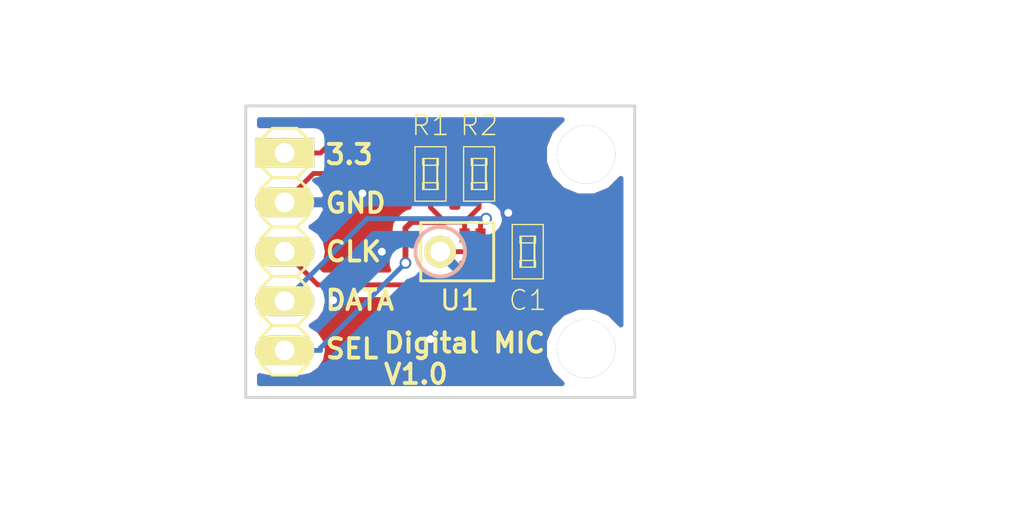
<source format=kicad_pcb>
(kicad_pcb (version 4) (host pcbnew 4.0.1-stable)

  (general
    (links 11)
    (no_connects 0)
    (area 127.000001 94.9 186.435715 126.200001)
    (thickness 1.6)
    (drawings 18)
    (tracks 61)
    (zones 0)
    (modules 7)
    (nets 6)
  )

  (page A4)
  (title_block
    (title "SPH0641LU4H DIGITAL MEMS MICROPHONE")
    (date 2017-04-29)
    (rev v1.0)
    (company Crescent)
  )

  (layers
    (0 F.Cu signal)
    (31 B.Cu signal)
    (32 B.Adhes user)
    (33 F.Adhes user)
    (34 B.Paste user)
    (35 F.Paste user)
    (36 B.SilkS user)
    (37 F.SilkS user)
    (38 B.Mask user)
    (39 F.Mask user)
    (40 Dwgs.User user)
    (41 Cmts.User user)
    (42 Eco1.User user)
    (43 Eco2.User user)
    (44 Edge.Cuts user)
    (45 Margin user)
    (46 B.CrtYd user)
    (47 F.CrtYd user)
    (48 B.Fab user)
    (49 F.Fab user)
  )

  (setup
    (last_trace_width 0.3)
    (trace_clearance 0.2)
    (zone_clearance 0.508)
    (zone_45_only no)
    (trace_min 0.2)
    (segment_width 0.2)
    (edge_width 0.15)
    (via_size 0.8)
    (via_drill 0.4)
    (via_min_size 0.4)
    (via_min_drill 0.3)
    (uvia_size 0.3)
    (uvia_drill 0.1)
    (uvias_allowed no)
    (uvia_min_size 0.2)
    (uvia_min_drill 0.1)
    (pcb_text_width 0.3)
    (pcb_text_size 1.5 1.5)
    (mod_edge_width 0.15)
    (mod_text_size 1 1)
    (mod_text_width 0.15)
    (pad_size 1.524 3.048)
    (pad_drill 1.016)
    (pad_to_mask_clearance 0.2)
    (aux_axis_origin 0 0)
    (visible_elements 7FFFFF7F)
    (pcbplotparams
      (layerselection 0x010fc_80000001)
      (usegerberextensions true)
      (excludeedgelayer true)
      (linewidth 0.050000)
      (plotframeref false)
      (viasonmask false)
      (mode 1)
      (useauxorigin false)
      (hpglpennumber 1)
      (hpglpenspeed 20)
      (hpglpendiameter 15)
      (hpglpenoverlay 2)
      (psnegative false)
      (psa4output false)
      (plotreference true)
      (plotvalue true)
      (plotinvisibletext false)
      (padsonsilk false)
      (subtractmaskfromsilk false)
      (outputformat 1)
      (mirror false)
      (drillshape 0)
      (scaleselection 1)
      (outputdirectory GERBER/))
  )

  (net 0 "")
  (net 1 VDD)
  (net 2 GND)
  (net 3 CLK)
  (net 4 DATA)
  (net 5 LRSEL)

  (net_class Default "これは標準のネット クラスです。"
    (clearance 0.2)
    (trace_width 0.3)
    (via_dia 0.8)
    (via_drill 0.4)
    (uvia_dia 0.3)
    (uvia_drill 0.1)
    (add_net CLK)
    (add_net DATA)
    (add_net GND)
    (add_net LRSEL)
    (add_net VDD)
  )

  (module generic:generic-SMD1608 (layer F.Cu) (tedit 58F36F7B) (tstamp 58F36C57)
    (at 154.5 107.5 90)
    (descr "1608M 0603")
    (tags "1608M 0603")
    (path /58F35E00)
    (attr smd)
    (fp_text reference C1 (at -2.5 0 180) (layer F.SilkS)
      (effects (font (size 1.016 1.016) (thickness 0.0762)))
    )
    (fp_text value C (at 2.2479 1.14046 90) (layer B.SilkS) hide
      (effects (font (size 1.016 1.016) (thickness 0.0762)) (justify mirror))
    )
    (fp_line (start -0.79756 0.39878) (end -0.44958 0.39878) (layer F.SilkS) (width 0.06604))
    (fp_line (start -0.44958 0.39878) (end -0.44958 -0.39878) (layer F.SilkS) (width 0.06604))
    (fp_line (start -0.79756 -0.39878) (end -0.44958 -0.39878) (layer F.SilkS) (width 0.06604))
    (fp_line (start -0.79756 0.39878) (end -0.79756 -0.39878) (layer F.SilkS) (width 0.06604))
    (fp_line (start 0.44958 0.39878) (end 0.79756 0.39878) (layer F.SilkS) (width 0.06604))
    (fp_line (start 0.79756 0.39878) (end 0.79756 -0.39878) (layer F.SilkS) (width 0.06604))
    (fp_line (start 0.44958 -0.39878) (end 0.79756 -0.39878) (layer F.SilkS) (width 0.06604))
    (fp_line (start 0.44958 0.39878) (end 0.44958 -0.39878) (layer F.SilkS) (width 0.06604))
    (fp_line (start -1.39954 0.79756) (end 1.39954 0.79756) (layer F.SilkS) (width 0.06604))
    (fp_line (start 1.39954 0.79756) (end 1.39954 -0.79756) (layer F.SilkS) (width 0.06604))
    (fp_line (start -1.39954 -0.79756) (end 1.39954 -0.79756) (layer F.SilkS) (width 0.06604))
    (fp_line (start -1.39954 0.79756) (end -1.39954 -0.79756) (layer F.SilkS) (width 0.06604))
    (fp_line (start -0.7239 -0.34798) (end 0.7239 -0.34798) (layer F.SilkS) (width 0.1016))
    (fp_line (start 0.7239 0.34798) (end -0.7239 0.34798) (layer F.SilkS) (width 0.1016))
    (pad 1 smd rect (at -0.87376 0 90) (size 1.04902 1.0795) (layers F.Cu F.Paste F.Mask)
      (net 1 VDD))
    (pad 2 smd rect (at 0.87376 0 90) (size 1.04902 1.0795) (layers F.Cu F.Paste F.Mask)
      (net 2 GND))
  )

  (module pin-head:pinhead-1X05 placed (layer F.Cu) (tedit 5904517D) (tstamp 58F36C60)
    (at 142 107.5 270)
    (descr "PIN HEADER")
    (tags "PIN HEADER")
    (path /58F35D98)
    (attr virtual)
    (fp_text reference P1 (at 7 0 360) (layer F.SilkS) hide
      (effects (font (size 1.27 1.27) (thickness 0.127)))
    )
    (fp_text value CONN_01X05 (at -2.54 2.54 270) (layer F.SilkS) hide
      (effects (font (size 1.27 1.27) (thickness 0.1016)))
    )
    (fp_line (start 2.286 0.254) (end 2.794 0.254) (layer F.SilkS) (width 0.06604))
    (fp_line (start 2.794 0.254) (end 2.794 -0.254) (layer F.SilkS) (width 0.06604))
    (fp_line (start 2.286 -0.254) (end 2.794 -0.254) (layer F.SilkS) (width 0.06604))
    (fp_line (start 2.286 0.254) (end 2.286 -0.254) (layer F.SilkS) (width 0.06604))
    (fp_line (start -0.254 0.254) (end 0.254 0.254) (layer F.SilkS) (width 0.06604))
    (fp_line (start 0.254 0.254) (end 0.254 -0.254) (layer F.SilkS) (width 0.06604))
    (fp_line (start -0.254 -0.254) (end 0.254 -0.254) (layer F.SilkS) (width 0.06604))
    (fp_line (start -0.254 0.254) (end -0.254 -0.254) (layer F.SilkS) (width 0.06604))
    (fp_line (start -2.794 0.254) (end -2.286 0.254) (layer F.SilkS) (width 0.06604))
    (fp_line (start -2.286 0.254) (end -2.286 -0.254) (layer F.SilkS) (width 0.06604))
    (fp_line (start -2.794 -0.254) (end -2.286 -0.254) (layer F.SilkS) (width 0.06604))
    (fp_line (start -2.794 0.254) (end -2.794 -0.254) (layer F.SilkS) (width 0.06604))
    (fp_line (start -5.334 0.254) (end -4.826 0.254) (layer F.SilkS) (width 0.06604))
    (fp_line (start -4.826 0.254) (end -4.826 -0.254) (layer F.SilkS) (width 0.06604))
    (fp_line (start -5.334 -0.254) (end -4.826 -0.254) (layer F.SilkS) (width 0.06604))
    (fp_line (start -5.334 0.254) (end -5.334 -0.254) (layer F.SilkS) (width 0.06604))
    (fp_line (start 4.826 0.254) (end 5.334 0.254) (layer F.SilkS) (width 0.06604))
    (fp_line (start 5.334 0.254) (end 5.334 -0.254) (layer F.SilkS) (width 0.06604))
    (fp_line (start 4.826 -0.254) (end 5.334 -0.254) (layer F.SilkS) (width 0.06604))
    (fp_line (start 4.826 0.254) (end 4.826 -0.254) (layer F.SilkS) (width 0.06604))
    (fp_line (start 1.905 -1.27) (end 3.175 -1.27) (layer F.SilkS) (width 0.1524))
    (fp_line (start 3.175 -1.27) (end 3.81 -0.635) (layer F.SilkS) (width 0.1524))
    (fp_line (start 3.81 -0.635) (end 3.81 0.635) (layer F.SilkS) (width 0.1524))
    (fp_line (start 3.81 0.635) (end 3.175 1.27) (layer F.SilkS) (width 0.1524))
    (fp_line (start -1.27 -0.635) (end -0.635 -1.27) (layer F.SilkS) (width 0.1524))
    (fp_line (start -0.635 -1.27) (end 0.635 -1.27) (layer F.SilkS) (width 0.1524))
    (fp_line (start 0.635 -1.27) (end 1.27 -0.635) (layer F.SilkS) (width 0.1524))
    (fp_line (start 1.27 -0.635) (end 1.27 0.635) (layer F.SilkS) (width 0.1524))
    (fp_line (start 1.27 0.635) (end 0.635 1.27) (layer F.SilkS) (width 0.1524))
    (fp_line (start 0.635 1.27) (end -0.635 1.27) (layer F.SilkS) (width 0.1524))
    (fp_line (start -0.635 1.27) (end -1.27 0.635) (layer F.SilkS) (width 0.1524))
    (fp_line (start 1.905 -1.27) (end 1.27 -0.635) (layer F.SilkS) (width 0.1524))
    (fp_line (start 1.27 0.635) (end 1.905 1.27) (layer F.SilkS) (width 0.1524))
    (fp_line (start 3.175 1.27) (end 1.905 1.27) (layer F.SilkS) (width 0.1524))
    (fp_line (start -5.715 -1.27) (end -4.445 -1.27) (layer F.SilkS) (width 0.1524))
    (fp_line (start -4.445 -1.27) (end -3.81 -0.635) (layer F.SilkS) (width 0.1524))
    (fp_line (start -3.81 -0.635) (end -3.81 0.635) (layer F.SilkS) (width 0.1524))
    (fp_line (start -3.81 0.635) (end -4.445 1.27) (layer F.SilkS) (width 0.1524))
    (fp_line (start -3.81 -0.635) (end -3.175 -1.27) (layer F.SilkS) (width 0.1524))
    (fp_line (start -3.175 -1.27) (end -1.905 -1.27) (layer F.SilkS) (width 0.1524))
    (fp_line (start -1.905 -1.27) (end -1.27 -0.635) (layer F.SilkS) (width 0.1524))
    (fp_line (start -1.27 -0.635) (end -1.27 0.635) (layer F.SilkS) (width 0.1524))
    (fp_line (start -1.27 0.635) (end -1.905 1.27) (layer F.SilkS) (width 0.1524))
    (fp_line (start -1.905 1.27) (end -3.175 1.27) (layer F.SilkS) (width 0.1524))
    (fp_line (start -3.175 1.27) (end -3.81 0.635) (layer F.SilkS) (width 0.1524))
    (fp_line (start -6.35 -0.635) (end -6.35 0.635) (layer F.SilkS) (width 0.1524))
    (fp_line (start -5.715 -1.27) (end -6.35 -0.635) (layer F.SilkS) (width 0.1524))
    (fp_line (start -6.35 0.635) (end -5.715 1.27) (layer F.SilkS) (width 0.1524))
    (fp_line (start -4.445 1.27) (end -5.715 1.27) (layer F.SilkS) (width 0.1524))
    (fp_line (start 4.445 -1.27) (end 5.715 -1.27) (layer F.SilkS) (width 0.1524))
    (fp_line (start 5.715 -1.27) (end 6.35 -0.635) (layer F.SilkS) (width 0.1524))
    (fp_line (start 6.35 -0.635) (end 6.35 0.635) (layer F.SilkS) (width 0.1524))
    (fp_line (start 6.35 0.635) (end 5.715 1.27) (layer F.SilkS) (width 0.1524))
    (fp_line (start 4.445 -1.27) (end 3.81 -0.635) (layer F.SilkS) (width 0.1524))
    (fp_line (start 3.81 0.635) (end 4.445 1.27) (layer F.SilkS) (width 0.1524))
    (fp_line (start 5.715 1.27) (end 4.445 1.27) (layer F.SilkS) (width 0.1524))
    (pad 1 thru_hole rect (at -5.08 0 90) (size 1.524 3.048) (drill 1.016) (layers *.Cu *.Paste *.Mask F.SilkS)
      (net 1 VDD))
    (pad 2 thru_hole oval (at -2.54 0 90) (size 1.524 3.048) (drill 1.016) (layers *.Cu *.Paste *.Mask F.SilkS)
      (net 2 GND))
    (pad 3 thru_hole oval (at 0 0 90) (size 1.524 3.048) (drill 1.016) (layers *.Cu *.Paste *.Mask F.SilkS)
      (net 3 CLK))
    (pad 4 thru_hole oval (at 2.54 0 90) (size 1.524 3.048) (drill 1.016) (layers *.Cu *.Paste *.Mask F.SilkS)
      (net 4 DATA))
    (pad 5 thru_hole oval (at 5.08 0 90) (size 1.524 3.048) (drill 1.016) (layers *.Cu *.Paste *.Mask F.SilkS)
      (net 5 LRSEL))
  )

  (module generic:generic-SMD1608 (layer F.Cu) (tedit 58F36F81) (tstamp 58F36C66)
    (at 149.5 103.5 90)
    (descr "1608M 0603")
    (tags "1608M 0603")
    (path /58F35E38)
    (attr smd)
    (fp_text reference R1 (at 2.5 0 180) (layer F.SilkS)
      (effects (font (size 1.016 1.016) (thickness 0.0762)))
    )
    (fp_text value R (at 2.2479 1.14046 90) (layer B.SilkS) hide
      (effects (font (size 1.016 1.016) (thickness 0.0762)) (justify mirror))
    )
    (fp_line (start -0.79756 0.39878) (end -0.44958 0.39878) (layer F.SilkS) (width 0.06604))
    (fp_line (start -0.44958 0.39878) (end -0.44958 -0.39878) (layer F.SilkS) (width 0.06604))
    (fp_line (start -0.79756 -0.39878) (end -0.44958 -0.39878) (layer F.SilkS) (width 0.06604))
    (fp_line (start -0.79756 0.39878) (end -0.79756 -0.39878) (layer F.SilkS) (width 0.06604))
    (fp_line (start 0.44958 0.39878) (end 0.79756 0.39878) (layer F.SilkS) (width 0.06604))
    (fp_line (start 0.79756 0.39878) (end 0.79756 -0.39878) (layer F.SilkS) (width 0.06604))
    (fp_line (start 0.44958 -0.39878) (end 0.79756 -0.39878) (layer F.SilkS) (width 0.06604))
    (fp_line (start 0.44958 0.39878) (end 0.44958 -0.39878) (layer F.SilkS) (width 0.06604))
    (fp_line (start -1.39954 0.79756) (end 1.39954 0.79756) (layer F.SilkS) (width 0.06604))
    (fp_line (start 1.39954 0.79756) (end 1.39954 -0.79756) (layer F.SilkS) (width 0.06604))
    (fp_line (start -1.39954 -0.79756) (end 1.39954 -0.79756) (layer F.SilkS) (width 0.06604))
    (fp_line (start -1.39954 0.79756) (end -1.39954 -0.79756) (layer F.SilkS) (width 0.06604))
    (fp_line (start -0.7239 -0.34798) (end 0.7239 -0.34798) (layer F.SilkS) (width 0.1016))
    (fp_line (start 0.7239 0.34798) (end -0.7239 0.34798) (layer F.SilkS) (width 0.1016))
    (pad 1 smd rect (at -0.87376 0 90) (size 1.04902 1.0795) (layers F.Cu F.Paste F.Mask)
      (net 5 LRSEL))
    (pad 2 smd rect (at 0.87376 0 90) (size 1.04902 1.0795) (layers F.Cu F.Paste F.Mask)
      (net 2 GND))
  )

  (module generic:generic-SMD1608 (layer F.Cu) (tedit 58F36F7E) (tstamp 58F36C6C)
    (at 152 103.5 270)
    (descr "1608M 0603")
    (tags "1608M 0603")
    (path /58F35E1D)
    (attr smd)
    (fp_text reference R2 (at -2.5 0 360) (layer F.SilkS)
      (effects (font (size 1.016 1.016) (thickness 0.0762)))
    )
    (fp_text value R (at 2.2479 1.14046 270) (layer B.SilkS) hide
      (effects (font (size 1.016 1.016) (thickness 0.0762)) (justify mirror))
    )
    (fp_line (start -0.79756 0.39878) (end -0.44958 0.39878) (layer F.SilkS) (width 0.06604))
    (fp_line (start -0.44958 0.39878) (end -0.44958 -0.39878) (layer F.SilkS) (width 0.06604))
    (fp_line (start -0.79756 -0.39878) (end -0.44958 -0.39878) (layer F.SilkS) (width 0.06604))
    (fp_line (start -0.79756 0.39878) (end -0.79756 -0.39878) (layer F.SilkS) (width 0.06604))
    (fp_line (start 0.44958 0.39878) (end 0.79756 0.39878) (layer F.SilkS) (width 0.06604))
    (fp_line (start 0.79756 0.39878) (end 0.79756 -0.39878) (layer F.SilkS) (width 0.06604))
    (fp_line (start 0.44958 -0.39878) (end 0.79756 -0.39878) (layer F.SilkS) (width 0.06604))
    (fp_line (start 0.44958 0.39878) (end 0.44958 -0.39878) (layer F.SilkS) (width 0.06604))
    (fp_line (start -1.39954 0.79756) (end 1.39954 0.79756) (layer F.SilkS) (width 0.06604))
    (fp_line (start 1.39954 0.79756) (end 1.39954 -0.79756) (layer F.SilkS) (width 0.06604))
    (fp_line (start -1.39954 -0.79756) (end 1.39954 -0.79756) (layer F.SilkS) (width 0.06604))
    (fp_line (start -1.39954 0.79756) (end -1.39954 -0.79756) (layer F.SilkS) (width 0.06604))
    (fp_line (start -0.7239 -0.34798) (end 0.7239 -0.34798) (layer F.SilkS) (width 0.1016))
    (fp_line (start 0.7239 0.34798) (end -0.7239 0.34798) (layer F.SilkS) (width 0.1016))
    (pad 1 smd rect (at -0.87376 0 270) (size 1.04902 1.0795) (layers F.Cu F.Paste F.Mask)
      (net 1 VDD))
    (pad 2 smd rect (at 0.87376 0 270) (size 1.04902 1.0795) (layers F.Cu F.Paste F.Mask)
      (net 5 LRSEL))
  )

  (module SPH0641LU4H:SPH0641LU4H (layer F.Cu) (tedit 58F36F77) (tstamp 58F36C75)
    (at 150 107.5 270)
    (path /58F360D1)
    (fp_text reference U1 (at 2.5 -1 360) (layer F.SilkS)
      (effects (font (size 1 1) (thickness 0.15)))
    )
    (fp_text value SPH0641LU4H (at 0 -7 270) (layer F.SilkS) hide
      (effects (font (size 1 1) (thickness 0.15)))
    )
    (fp_line (start -1.5 -2.75) (end 1.5 -2.75) (layer F.SilkS) (width 0.15))
    (fp_line (start 1.5 -2.75) (end 1.5 1) (layer F.SilkS) (width 0.15))
    (fp_line (start 1.5 1) (end -1.5 1) (layer F.SilkS) (width 0.15))
    (fp_line (start -1.5 1) (end -1.5 -2.75) (layer F.SilkS) (width 0.15))
    (pad 3 thru_hole circle (at 0 0 270) (size 1.625 1.625) (drill 1.025) (layers *.Cu *.Mask F.SilkS)
      (net 2 GND))
    (pad 2 smd rect (at -0.8375 -1.252 270) (size 0.725 0.522) (layers F.Cu F.Paste F.Mask)
      (net 5 LRSEL))
    (pad 4 smd rect (at 0.8375 -1.252 270) (size 0.725 0.522) (layers F.Cu F.Paste F.Mask)
      (net 3 CLK))
    (pad 5 smd rect (at 0.8375 -2.074 270) (size 0.725 0.522) (layers F.Cu F.Paste F.Mask)
      (net 1 VDD))
    (pad 1 smd rect (at -0.8375 -2.074 270) (size 0.725 0.522) (layers F.Cu F.Paste F.Mask)
      (net 4 DATA))
  )

  (module Mounting_Holes:MountingHole_3mm locked (layer F.Cu) (tedit 58F36F44) (tstamp 58F36F18)
    (at 157.5 102.5)
    (descr "Mounting hole, Befestigungsbohrung, 3mm, No Annular, Kein Restring,")
    (tags "Mounting hole, Befestigungsbohrung, 3mm, No Annular, Kein Restring,")
    (fp_text reference REF1 (at 0 -4.0005) (layer F.SilkS) hide
      (effects (font (size 1 1) (thickness 0.15)))
    )
    (fp_text value MountingHole_3mm (at 1.00076 5.00126) (layer F.Fab) hide
      (effects (font (size 1 1) (thickness 0.15)))
    )
    (fp_circle (center 0 0) (end 3 0) (layer Cmts.User) (width 0.381))
    (pad 1 thru_hole circle (at 0 0) (size 3 3) (drill 3) (layers))
  )

  (module Mounting_Holes:MountingHole_3mm locked (layer F.Cu) (tedit 58F36F41) (tstamp 58F36F1D)
    (at 157.5 112.5)
    (descr "Mounting hole, Befestigungsbohrung, 3mm, No Annular, Kein Restring,")
    (tags "Mounting hole, Befestigungsbohrung, 3mm, No Annular, Kein Restring,")
    (fp_text reference REF2 (at 0 -4.0005) (layer F.SilkS) hide
      (effects (font (size 1 1) (thickness 0.15)))
    )
    (fp_text value MountingHole_3mm (at 1.00076 5.00126) (layer F.Fab) hide
      (effects (font (size 1 1) (thickness 0.15)))
    )
    (fp_circle (center 0 0) (end 3 0) (layer Cmts.User) (width 0.381))
    (pad 1 thru_hole circle (at 0 0) (size 3 3) (drill 3) (layers))
  )

  (dimension 7.5 (width 0.3) (layer Eco2.User)
    (gr_text "7.500 mm" (at 180.5 112 270) (layer Eco2.User)
      (effects (font (size 1.5 1.5) (thickness 0.3)))
    )
    (feature1 (pts (xy 150 115) (xy 178.7 115)))
    (feature2 (pts (xy 150 107.5) (xy 178.7 107.5)))
    (crossbar (pts (xy 176 107.5) (xy 176 115)))
    (arrow1a (pts (xy 176 115) (xy 175.413579 113.873496)))
    (arrow1b (pts (xy 176 115) (xy 176.586421 113.873496)))
    (arrow2a (pts (xy 176 107.5) (xy 175.413579 108.626504)))
    (arrow2b (pts (xy 176 107.5) (xy 176.586421 108.626504)))
  )
  (dimension 10 (width 0.3) (layer Eco2.User)
    (gr_text "10.000 mm" (at 145.5 125) (layer Eco2.User)
      (effects (font (size 1.5 1.5) (thickness 0.3)))
    )
    (feature1 (pts (xy 140 107.5) (xy 140 123.2)))
    (feature2 (pts (xy 150 107.5) (xy 150 123.2)))
    (crossbar (pts (xy 150 120.5) (xy 140 120.5)))
    (arrow1a (pts (xy 140 120.5) (xy 141.126504 119.913579)))
    (arrow1b (pts (xy 140 120.5) (xy 141.126504 121.086421)))
    (arrow2a (pts (xy 150 120.5) (xy 148.873496 119.913579)))
    (arrow2b (pts (xy 150 120.5) (xy 148.873496 121.086421)))
  )
  (dimension 10 (width 0.3) (layer Eco2.User)
    (gr_text "10.000 mm" (at 169.5 108 270) (layer Eco2.User)
      (effects (font (size 1.5 1.5) (thickness 0.3)))
    )
    (feature1 (pts (xy 157.5 112.5) (xy 167.7 112.5)))
    (feature2 (pts (xy 157.5 102.5) (xy 167.7 102.5)))
    (crossbar (pts (xy 165 102.5) (xy 165 112.5)))
    (arrow1a (pts (xy 165 112.5) (xy 164.413579 111.373496)))
    (arrow1b (pts (xy 165 112.5) (xy 165.586421 111.373496)))
    (arrow2a (pts (xy 165 102.5) (xy 164.413579 103.626504)))
    (arrow2b (pts (xy 165 102.5) (xy 165.586421 103.626504)))
  )
  (dimension 15 (width 0.3) (layer Eco2.User)
    (gr_text "15.000 mm" (at 133.65 107.5 270) (layer Eco2.User)
      (effects (font (size 1.5 1.5) (thickness 0.3)))
    )
    (feature1 (pts (xy 140 115) (xy 132.3 115)))
    (feature2 (pts (xy 140 100) (xy 132.3 100)))
    (crossbar (pts (xy 135 100) (xy 135 115)))
    (arrow1a (pts (xy 135 115) (xy 134.413579 113.873496)))
    (arrow1b (pts (xy 135 115) (xy 135.586421 113.873496)))
    (arrow2a (pts (xy 135 100) (xy 134.413579 101.126504)))
    (arrow2b (pts (xy 135 100) (xy 135.586421 101.126504)))
  )
  (dimension 20 (width 0.3) (layer Eco2.User)
    (gr_text "20.000 mm" (at 150 96.4) (layer Eco2.User)
      (effects (font (size 1.5 1.5) (thickness 0.3)))
    )
    (feature1 (pts (xy 160 100) (xy 160 95.05)))
    (feature2 (pts (xy 140 100) (xy 140 95.05)))
    (crossbar (pts (xy 140 97.75) (xy 160 97.75)))
    (arrow1a (pts (xy 160 97.75) (xy 158.873496 98.336421)))
    (arrow1b (pts (xy 160 97.75) (xy 158.873496 97.163579)))
    (arrow2a (pts (xy 140 97.75) (xy 141.126504 98.336421)))
    (arrow2b (pts (xy 140 97.75) (xy 141.126504 97.163579)))
  )
  (gr_circle (center 150 107.5) (end 148.75 107.25) (layer B.SilkS) (width 0.2))
  (gr_text SEL (at 144 112.5) (layer F.SilkS)
    (effects (font (size 1 1) (thickness 0.2)) (justify left))
  )
  (gr_text DATA (at 144 110) (layer F.SilkS)
    (effects (font (size 1 1) (thickness 0.2)) (justify left))
  )
  (gr_text CLK (at 144 107.5) (layer F.SilkS)
    (effects (font (size 1 1) (thickness 0.2)) (justify left))
  )
  (gr_text GND (at 144 105) (layer F.SilkS)
    (effects (font (size 1 1) (thickness 0.2)) (justify left))
  )
  (gr_text 3.3 (at 144 102.5) (layer F.SilkS)
    (effects (font (size 1 1) (thickness 0.2)) (justify left))
  )
  (gr_text "Digital MIC \nV1.0" (at 147 113) (layer F.SilkS)
    (effects (font (size 1 1) (thickness 0.2)) (justify left))
  )
  (gr_line (start 153.5 107.5) (end 146 107.5) (angle 90) (layer Eco2.User) (width 0.2))
  (gr_line (start 150 110.5) (end 150 104.5) (angle 90) (layer Eco2.User) (width 0.2))
  (gr_line (start 140 115) (end 140 100) (angle 90) (layer Edge.Cuts) (width 0.15))
  (gr_line (start 160 115) (end 140 115) (angle 90) (layer Edge.Cuts) (width 0.15))
  (gr_line (start 160 100) (end 160 115) (angle 90) (layer Edge.Cuts) (width 0.15))
  (gr_line (start 140 100) (end 160 100) (angle 90) (layer Edge.Cuts) (width 0.15))

  (segment (start 144.4929 101.7764) (end 143.8493 102.42) (width 0.25) (layer F.Cu) (net 1))
  (segment (start 152 101.7764) (end 144.4929 101.7764) (width 0.25) (layer F.Cu) (net 1))
  (segment (start 142 102.42) (end 143.8493 102.42) (width 0.25) (layer F.Cu) (net 1))
  (segment (start 152 102.4321) (end 152 101.7764) (width 0.25) (layer F.Cu) (net 1))
  (segment (start 153.5986 108.3375) (end 153.6349 108.3738) (width 0.25) (layer F.Cu) (net 1))
  (segment (start 152.074 108.3375) (end 153.5986 108.3375) (width 0.25) (layer F.Cu) (net 1))
  (segment (start 154.5 108.3738) (end 153.6349 108.3738) (width 0.25) (layer F.Cu) (net 1))
  (segment (start 152 102.4321) (end 152 102.6262) (width 0.25) (layer F.Cu) (net 1))
  (segment (start 155.3651 107.5087) (end 154.5 108.3738) (width 0.25) (layer F.Cu) (net 1))
  (segment (start 155.3651 105.1262) (end 155.3651 107.5087) (width 0.25) (layer F.Cu) (net 1))
  (segment (start 152.8651 102.6262) (end 155.3651 105.1262) (width 0.25) (layer F.Cu) (net 1))
  (segment (start 152 102.6262) (end 152.8651 102.6262) (width 0.25) (layer F.Cu) (net 1))
  (segment (start 144.5 110) (end 147.5 110) (width 0.3) (layer F.Cu) (net 2))
  (segment (start 144.5 110) (end 147 107.5) (width 0.3) (layer B.Cu) (net 2))
  (segment (start 146 106.5) (end 147 107.5) (width 0.3) (layer F.Cu) (net 2) (tstamp 58F37733))
  (via (at 147 107.5) (size 0.8) (drill 0.4) (layers F.Cu B.Cu) (net 2))
  (segment (start 147 103.476) (end 147 103.5) (width 0.3) (layer F.Cu) (net 2))
  (via (at 146 104.5) (size 0.8) (drill 0.4) (layers F.Cu B.Cu) (net 2))
  (segment (start 147 103.5) (end 146 104.5) (width 0.3) (layer F.Cu) (net 2) (tstamp 58F3772A))
  (segment (start 146 104.5) (end 146 106.5) (width 0.3) (layer F.Cu) (net 2))
  (via (at 144.5 110) (size 0.8) (drill 0.4) (layers F.Cu B.Cu) (net 2))
  (via (at 149.5 112) (size 0.8) (drill 0.4) (layers F.Cu B.Cu) (net 2))
  (segment (start 147.5 110) (end 149.5 112) (width 0.3) (layer F.Cu) (net 2) (tstamp 58F37761))
  (segment (start 154.5 106.62624) (end 154.5 106.5) (width 0.3) (layer F.Cu) (net 2))
  (segment (start 154.5 106.5) (end 153.5 105.5) (width 0.3) (layer F.Cu) (net 2) (tstamp 58F3774A))
  (via (at 153.5 105.5) (size 0.8) (drill 0.4) (layers F.Cu B.Cu) (net 2))
  (segment (start 149.5 102.6262) (end 149.5 103.3634) (width 0.25) (layer F.Cu) (net 2))
  (segment (start 154.476 107.5) (end 154.5 107.476) (width 0.25) (layer F.Cu) (net 2))
  (segment (start 150 107.5) (end 154.476 107.5) (width 0.25) (layer F.Cu) (net 2))
  (segment (start 154.5 106.6262) (end 154.5 107.476) (width 0.25) (layer F.Cu) (net 2))
  (segment (start 143.484 103.476) (end 142 104.96) (width 0.25) (layer F.Cu) (net 2))
  (segment (start 149.5 103.476) (end 147 103.476) (width 0.25) (layer F.Cu) (net 2))
  (segment (start 147 103.476) (end 143.484 103.476) (width 0.25) (layer F.Cu) (net 2) (tstamp 58F37728))
  (segment (start 149.5 103.3634) (end 149.5 103.476) (width 0.25) (layer F.Cu) (net 2))
  (segment (start 154.5 105.316) (end 154.5 106.6262) (width 0.25) (layer F.Cu) (net 2))
  (segment (start 152.66 103.476) (end 154.5 105.316) (width 0.25) (layer F.Cu) (net 2))
  (segment (start 149.5 103.476) (end 152.66 103.476) (width 0.25) (layer F.Cu) (net 2))
  (segment (start 150.3828 109.2067) (end 151.252 108.3375) (width 0.25) (layer F.Cu) (net 3))
  (segment (start 143.7067 109.2067) (end 150.3828 109.2067) (width 0.25) (layer F.Cu) (net 3))
  (segment (start 142 107.5) (end 143.7067 109.2067) (width 0.25) (layer F.Cu) (net 3))
  (via (at 152.361 105.7979) (size 0.6) (layers F.Cu B.Cu) (net 4))
  (segment (start 152.074 106.6625) (end 152.074 105.9747) (width 0.25) (layer F.Cu) (net 4))
  (segment (start 146.2421 105.7979) (end 142 110.04) (width 0.25) (layer B.Cu) (net 4))
  (segment (start 152.361 105.7979) (end 146.2421 105.7979) (width 0.25) (layer B.Cu) (net 4))
  (segment (start 152.1842 105.9747) (end 152.361 105.7979) (width 0.25) (layer F.Cu) (net 4))
  (segment (start 152.074 105.9747) (end 152.1842 105.9747) (width 0.25) (layer F.Cu) (net 4))
  (segment (start 150.2511 105.9747) (end 148.5253 105.9747) (width 0.3) (layer F.Cu) (net 5))
  (segment (start 148.2138 106.2862) (end 148.2138 108.0814) (width 0.3) (layer F.Cu) (net 5) (tstamp 590450F0))
  (segment (start 148.5253 105.9747) (end 148.2138 106.2862) (width 0.3) (layer F.Cu) (net 5) (tstamp 590450EE))
  (via (at 148.2138 108.0814) (size 0.6) (layers F.Cu B.Cu) (net 5))
  (segment (start 143.8493 112.4459) (end 143.8493 112.58) (width 0.25) (layer B.Cu) (net 5))
  (segment (start 148.2138 108.0814) (end 143.8493 112.4459) (width 0.25) (layer B.Cu) (net 5))
  (segment (start 142 112.58) (end 143.8493 112.58) (width 0.25) (layer B.Cu) (net 5))
  (segment (start 151.252 106.6625) (end 151.252 105.9747) (width 0.25) (layer F.Cu) (net 5))
  (segment (start 149.5 104.3738) (end 149.5 105.2236) (width 0.25) (layer F.Cu) (net 5))
  (segment (start 152 105.2267) (end 151.252 105.9747) (width 0.25) (layer F.Cu) (net 5))
  (segment (start 152 104.3738) (end 152 105.2267) (width 0.25) (layer F.Cu) (net 5))
  (segment (start 148.2138 107.6591) (end 148.2138 108.0814) (width 0.25) (layer F.Cu) (net 5) (status 2))
  (segment (start 150.2511 105.9747) (end 150.0747 105.7982) (width 0.25) (layer F.Cu) (net 5))
  (segment (start 151.252 105.9747) (end 150.2511 105.9747) (width 0.25) (layer F.Cu) (net 5))
  (segment (start 150.0747 105.7982) (end 149.5 105.2236) (width 0.25) (layer F.Cu) (net 5))

  (zone (net 2) (net_name GND) (layer B.Cu) (tstamp 58F37705) (hatch edge 0.508)
    (connect_pads (clearance 0.508))
    (min_thickness 0.254)
    (fill yes (arc_segments 16) (thermal_gap 0.508) (thermal_bridge_width 0.508))
    (polygon
      (pts
        (xy 160 115) (xy 140 115) (xy 140 100) (xy 160 100) (xy 160 115)
      )
    )
    (filled_polygon
      (pts
        (xy 155.691091 101.289041) (xy 155.365372 102.073459) (xy 155.36463 102.922815) (xy 155.68898 103.7078) (xy 156.289041 104.308909)
        (xy 157.073459 104.634628) (xy 157.922815 104.63537) (xy 158.7078 104.31102) (xy 159.29 103.729835) (xy 159.29 111.271143)
        (xy 158.710959 110.691091) (xy 157.926541 110.365372) (xy 157.077185 110.36463) (xy 156.2922 110.68898) (xy 155.691091 111.289041)
        (xy 155.365372 112.073459) (xy 155.36463 112.922815) (xy 155.68898 113.7078) (xy 156.270165 114.29) (xy 140.71 114.29)
        (xy 140.71 113.880388) (xy 141.195703 113.977) (xy 142.804297 113.977) (xy 143.338906 113.87066) (xy 143.792125 113.567828)
        (xy 143.958926 113.318194) (xy 144.140139 113.282148) (xy 144.386701 113.117401) (xy 144.551448 112.870839) (xy 144.564431 112.805571)
        (xy 148.35348 109.016522) (xy 148.398967 109.016562) (xy 148.742743 108.874517) (xy 149.005992 108.611727) (xy 149.012469 108.596129)
        (xy 149.047974 108.631634) (xy 149.162807 108.516801) (xy 149.238475 108.764214) (xy 149.780237 108.959405) (xy 150.355455 108.932414)
        (xy 150.761525 108.764214) (xy 150.837194 108.516799) (xy 150 107.679605) (xy 149.985858 107.693748) (xy 149.806253 107.514143)
        (xy 149.820395 107.5) (xy 149.806253 107.485858) (xy 149.985858 107.306253) (xy 150 107.320395) (xy 150.014143 107.306253)
        (xy 150.193748 107.485858) (xy 150.179605 107.5) (xy 151.016799 108.337194) (xy 151.264214 108.261525) (xy 151.459405 107.719763)
        (xy 151.432414 107.144545) (xy 151.264214 106.738475) (xy 151.016801 106.662807) (xy 151.121708 106.5579) (xy 151.798537 106.5579)
        (xy 151.830673 106.590092) (xy 152.174201 106.732738) (xy 152.546167 106.733062) (xy 152.889943 106.591017) (xy 153.153192 106.328227)
        (xy 153.295838 105.984699) (xy 153.296162 105.612733) (xy 153.154117 105.268957) (xy 152.891327 105.005708) (xy 152.547799 104.863062)
        (xy 152.175833 104.862738) (xy 151.832057 105.004783) (xy 151.798882 105.0379) (xy 146.2421 105.0379) (xy 145.95126 105.095752)
        (xy 145.704699 105.260499) (xy 144.056845 106.908353) (xy 143.792125 106.512172) (xy 143.354338 106.219651) (xy 143.413941 106.202059)
        (xy 143.83963 105.858026) (xy 144.10126 105.377277) (xy 144.11622 105.30307) (xy 143.99372 105.087) (xy 142.127 105.087)
        (xy 142.127 105.107) (xy 141.873 105.107) (xy 141.873 105.087) (xy 141.853 105.087) (xy 141.853 104.833)
        (xy 141.873 104.833) (xy 141.873 104.813) (xy 142.127 104.813) (xy 142.127 104.833) (xy 143.99372 104.833)
        (xy 144.11622 104.61693) (xy 144.10126 104.542723) (xy 143.83963 104.061974) (xy 143.546634 103.825181) (xy 143.759317 103.785162)
        (xy 143.975441 103.64609) (xy 144.120431 103.43389) (xy 144.17144 103.182) (xy 144.17144 101.658) (xy 144.127162 101.422683)
        (xy 143.98809 101.206559) (xy 143.77589 101.061569) (xy 143.524 101.01056) (xy 140.71 101.01056) (xy 140.71 100.71)
        (xy 156.271143 100.71)
      )
    )
    (filled_polygon
      (pts
        (xy 148.983199 106.662807) (xy 148.735786 106.738475) (xy 148.56427 107.214525) (xy 148.400599 107.146562) (xy 148.028633 107.146238)
        (xy 147.684857 107.288283) (xy 147.421608 107.551073) (xy 147.278962 107.894601) (xy 147.278921 107.941477) (xy 143.693875 111.526523)
        (xy 143.369826 111.31) (xy 143.792125 111.027828) (xy 144.094957 110.574609) (xy 144.201297 110.04) (xy 144.094957 109.505391)
        (xy 143.900474 109.214328) (xy 146.556902 106.5579) (xy 148.878292 106.5579)
      )
    )
  )
  (zone (net 2) (net_name GND) (layer F.Cu) (tstamp 58F3770F) (hatch edge 0.508)
    (connect_pads (clearance 0.508))
    (min_thickness 0.254)
    (fill yes (arc_segments 16) (thermal_gap 0.508) (thermal_bridge_width 0.508))
    (polygon
      (pts
        (xy 140 100) (xy 160 100) (xy 160 115) (xy 140 115)
      )
    )
    (filled_polygon
      (pts
        (xy 155.691091 101.289041) (xy 155.365372 102.073459) (xy 155.36463 102.922815) (xy 155.68898 103.7078) (xy 156.289041 104.308909)
        (xy 157.073459 104.634628) (xy 157.922815 104.63537) (xy 158.7078 104.31102) (xy 159.29 103.729835) (xy 159.29 111.271143)
        (xy 158.710959 110.691091) (xy 157.926541 110.365372) (xy 157.077185 110.36463) (xy 156.2922 110.68898) (xy 155.691091 111.289041)
        (xy 155.365372 112.073459) (xy 155.36463 112.922815) (xy 155.68898 113.7078) (xy 156.270165 114.29) (xy 140.71 114.29)
        (xy 140.71 113.880388) (xy 141.195703 113.977) (xy 142.804297 113.977) (xy 143.338906 113.87066) (xy 143.792125 113.567828)
        (xy 144.094957 113.114609) (xy 144.201297 112.58) (xy 144.094957 112.045391) (xy 143.792125 111.592172) (xy 143.369826 111.31)
        (xy 143.792125 111.027828) (xy 144.094957 110.574609) (xy 144.201297 110.04) (xy 144.186717 109.9667) (xy 150.3828 109.9667)
        (xy 150.673639 109.908848) (xy 150.920201 109.744101) (xy 151.316862 109.34744) (xy 151.513 109.34744) (xy 151.668507 109.318179)
        (xy 151.813 109.34744) (xy 152.335 109.34744) (xy 152.570317 109.303162) (xy 152.786441 109.16409) (xy 152.83194 109.0975)
        (xy 153.350298 109.0975) (xy 153.357088 109.133587) (xy 153.49616 109.349711) (xy 153.70836 109.494701) (xy 153.96025 109.54571)
        (xy 155.03975 109.54571) (xy 155.275067 109.501432) (xy 155.491191 109.36236) (xy 155.636181 109.15016) (xy 155.68719 108.89827)
        (xy 155.68719 108.261412) (xy 155.902501 108.046101) (xy 156.067248 107.799539) (xy 156.1251 107.5087) (xy 156.1251 105.1262)
        (xy 156.067248 104.835361) (xy 155.902501 104.588799) (xy 153.402501 102.088799) (xy 153.155939 101.924052) (xy 153.153673 101.923601)
        (xy 153.142912 101.866413) (xy 153.00384 101.650289) (xy 152.79164 101.505299) (xy 152.702483 101.487244) (xy 152.702148 101.485561)
        (xy 152.537401 101.238999) (xy 152.290839 101.074252) (xy 152 101.0164) (xy 144.4929 101.0164) (xy 144.202061 101.074252)
        (xy 143.992889 101.214016) (xy 143.98809 101.206559) (xy 143.77589 101.061569) (xy 143.524 101.01056) (xy 140.71 101.01056)
        (xy 140.71 100.71) (xy 156.271143 100.71)
      )
    )
    (filled_polygon
      (pts
        (xy 150.81281 103.15075) (xy 150.857088 103.386067) (xy 150.930373 103.499955) (xy 150.863819 103.59736) (xy 150.81281 103.84925)
        (xy 150.81281 104.89827) (xy 150.857088 105.133587) (xy 150.909283 105.2147) (xy 150.592083 105.2147) (xy 150.636181 105.15016)
        (xy 150.68719 104.89827) (xy 150.68719 103.84925) (xy 150.642912 103.613933) (xy 150.577009 103.511516) (xy 150.578077 103.510448)
        (xy 150.67475 103.277059) (xy 150.67475 102.91199) (xy 150.516 102.75324) (xy 149.627 102.75324) (xy 149.627 102.77324)
        (xy 149.373 102.77324) (xy 149.373 102.75324) (xy 148.484 102.75324) (xy 148.32525 102.91199) (xy 148.32525 103.277059)
        (xy 148.421923 103.510448) (xy 148.422684 103.511209) (xy 148.363819 103.59736) (xy 148.31281 103.84925) (xy 148.31281 104.89827)
        (xy 148.357088 105.133587) (xy 148.408186 105.212995) (xy 148.224894 105.249455) (xy 147.970221 105.419621) (xy 147.970219 105.419624)
        (xy 147.658721 105.731121) (xy 147.488555 105.985793) (xy 147.438828 106.235786) (xy 147.4288 106.2862) (xy 147.4288 107.543894)
        (xy 147.421608 107.551073) (xy 147.278962 107.894601) (xy 147.278638 108.266567) (xy 147.353067 108.4467) (xy 144.021502 108.4467)
        (xy 143.900474 108.325672) (xy 144.094957 108.034609) (xy 144.201297 107.5) (xy 144.094957 106.965391) (xy 143.792125 106.512172)
        (xy 143.354338 106.219651) (xy 143.413941 106.202059) (xy 143.83963 105.858026) (xy 144.10126 105.377277) (xy 144.11622 105.30307)
        (xy 143.99372 105.087) (xy 142.127 105.087) (xy 142.127 105.107) (xy 141.873 105.107) (xy 141.873 105.087)
        (xy 141.853 105.087) (xy 141.853 104.833) (xy 141.873 104.833) (xy 141.873 104.813) (xy 142.127 104.813)
        (xy 142.127 104.833) (xy 143.99372 104.833) (xy 144.11622 104.61693) (xy 144.10126 104.542723) (xy 143.83963 104.061974)
        (xy 143.546634 103.825181) (xy 143.759317 103.785162) (xy 143.975441 103.64609) (xy 144.120431 103.43389) (xy 144.17144 103.182)
        (xy 144.17144 103.101233) (xy 144.386701 102.957401) (xy 144.807702 102.5364) (xy 150.81281 102.5364)
      )
    )
    (filled_polygon
      (pts
        (xy 150.193748 107.485858) (xy 150.179605 107.5) (xy 150.193748 107.514143) (xy 150.014143 107.693748) (xy 150 107.679605)
        (xy 149.985858 107.693748) (xy 149.806253 107.514143) (xy 149.820395 107.5) (xy 149.806253 107.485858) (xy 149.985858 107.306253)
        (xy 150 107.320395) (xy 150.014143 107.306253)
      )
    )
    (filled_polygon
      (pts
        (xy 154.6051 105.441002) (xy 154.6051 106.77324) (xy 154.373 106.77324) (xy 154.373 106.75324) (xy 153.484 106.75324)
        (xy 153.32525 106.91199) (xy 153.32525 107.277059) (xy 153.421923 107.510448) (xy 153.422684 107.511209) (xy 153.377389 107.5775)
        (xy 152.8338 107.5775) (xy 152.79909 107.523559) (xy 152.766975 107.501616) (xy 152.786441 107.48909) (xy 152.931431 107.27689)
        (xy 152.98244 107.025) (xy 152.98244 106.498681) (xy 153.153192 106.328227) (xy 153.295838 105.984699) (xy 153.295846 105.975421)
        (xy 153.32525 105.975421) (xy 153.32525 106.34049) (xy 153.484 106.49924) (xy 154.373 106.49924) (xy 154.373 105.62548)
        (xy 154.21425 105.46673) (xy 153.83394 105.46673) (xy 153.600551 105.563403) (xy 153.421923 105.742032) (xy 153.32525 105.975421)
        (xy 153.295846 105.975421) (xy 153.296162 105.612733) (xy 153.154117 105.268957) (xy 153.095281 105.210019) (xy 153.136181 105.15016)
        (xy 153.18719 104.89827) (xy 153.18719 104.023092)
      )
    )
  )
)

</source>
